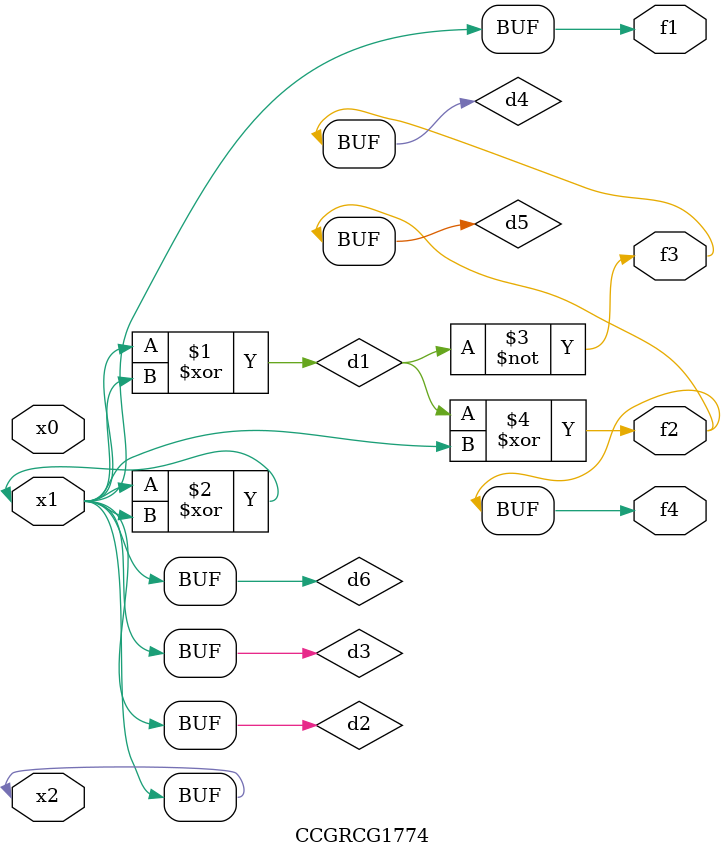
<source format=v>
module CCGRCG1774(
	input x0, x1, x2,
	output f1, f2, f3, f4
);

	wire d1, d2, d3, d4, d5, d6;

	xor (d1, x1, x2);
	buf (d2, x1, x2);
	xor (d3, x1, x2);
	nor (d4, d1);
	xor (d5, d1, d2);
	buf (d6, d2, d3);
	assign f1 = d6;
	assign f2 = d5;
	assign f3 = d4;
	assign f4 = d5;
endmodule

</source>
